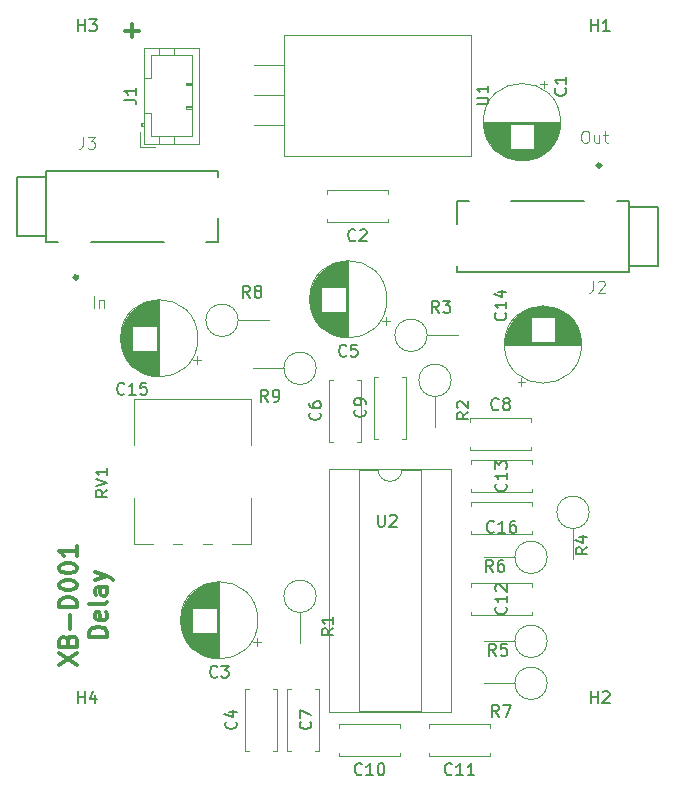
<source format=gbr>
G04 #@! TF.GenerationSoftware,KiCad,Pcbnew,(5.0.1)-rc2*
G04 #@! TF.CreationDate,2019-03-03T17:53:11-05:00*
G04 #@! TF.ProjectId,delay,64656C61792E6B696361645F70636200,rev?*
G04 #@! TF.SameCoordinates,Original*
G04 #@! TF.FileFunction,Legend,Top*
G04 #@! TF.FilePolarity,Positive*
%FSLAX46Y46*%
G04 Gerber Fmt 4.6, Leading zero omitted, Abs format (unit mm)*
G04 Created by KiCad (PCBNEW (5.0.1)-rc2) date 3/3/2019 5:53:11 PM*
%MOMM*%
%LPD*%
G01*
G04 APERTURE LIST*
%ADD10C,0.300000*%
%ADD11C,0.120000*%
%ADD12C,0.127000*%
%ADD13C,0.150000*%
%ADD14C,0.050000*%
G04 APERTURE END LIST*
D10*
X134048571Y-30841142D02*
X135191428Y-30841142D01*
X134620000Y-31412571D02*
X134620000Y-30269714D01*
X128459571Y-84573428D02*
X129959571Y-83573428D01*
X128459571Y-83573428D02*
X129959571Y-84573428D01*
X129173857Y-82502000D02*
X129245285Y-82287714D01*
X129316714Y-82216285D01*
X129459571Y-82144857D01*
X129673857Y-82144857D01*
X129816714Y-82216285D01*
X129888142Y-82287714D01*
X129959571Y-82430571D01*
X129959571Y-83002000D01*
X128459571Y-83002000D01*
X128459571Y-82502000D01*
X128531000Y-82359142D01*
X128602428Y-82287714D01*
X128745285Y-82216285D01*
X128888142Y-82216285D01*
X129031000Y-82287714D01*
X129102428Y-82359142D01*
X129173857Y-82502000D01*
X129173857Y-83002000D01*
X129388142Y-81502000D02*
X129388142Y-80359142D01*
X129959571Y-79644857D02*
X128459571Y-79644857D01*
X128459571Y-79287714D01*
X128531000Y-79073428D01*
X128673857Y-78930571D01*
X128816714Y-78859142D01*
X129102428Y-78787714D01*
X129316714Y-78787714D01*
X129602428Y-78859142D01*
X129745285Y-78930571D01*
X129888142Y-79073428D01*
X129959571Y-79287714D01*
X129959571Y-79644857D01*
X128459571Y-77859142D02*
X128459571Y-77716285D01*
X128531000Y-77573428D01*
X128602428Y-77502000D01*
X128745285Y-77430571D01*
X129031000Y-77359142D01*
X129388142Y-77359142D01*
X129673857Y-77430571D01*
X129816714Y-77502000D01*
X129888142Y-77573428D01*
X129959571Y-77716285D01*
X129959571Y-77859142D01*
X129888142Y-78002000D01*
X129816714Y-78073428D01*
X129673857Y-78144857D01*
X129388142Y-78216285D01*
X129031000Y-78216285D01*
X128745285Y-78144857D01*
X128602428Y-78073428D01*
X128531000Y-78002000D01*
X128459571Y-77859142D01*
X128459571Y-76430571D02*
X128459571Y-76287714D01*
X128531000Y-76144857D01*
X128602428Y-76073428D01*
X128745285Y-76002000D01*
X129031000Y-75930571D01*
X129388142Y-75930571D01*
X129673857Y-76002000D01*
X129816714Y-76073428D01*
X129888142Y-76144857D01*
X129959571Y-76287714D01*
X129959571Y-76430571D01*
X129888142Y-76573428D01*
X129816714Y-76644857D01*
X129673857Y-76716285D01*
X129388142Y-76787714D01*
X129031000Y-76787714D01*
X128745285Y-76716285D01*
X128602428Y-76644857D01*
X128531000Y-76573428D01*
X128459571Y-76430571D01*
X129959571Y-74502000D02*
X129959571Y-75359142D01*
X129959571Y-74930571D02*
X128459571Y-74930571D01*
X128673857Y-75073428D01*
X128816714Y-75216285D01*
X128888142Y-75359142D01*
X132509571Y-82180571D02*
X131009571Y-82180571D01*
X131009571Y-81823428D01*
X131081000Y-81609142D01*
X131223857Y-81466285D01*
X131366714Y-81394857D01*
X131652428Y-81323428D01*
X131866714Y-81323428D01*
X132152428Y-81394857D01*
X132295285Y-81466285D01*
X132438142Y-81609142D01*
X132509571Y-81823428D01*
X132509571Y-82180571D01*
X132438142Y-80109142D02*
X132509571Y-80252000D01*
X132509571Y-80537714D01*
X132438142Y-80680571D01*
X132295285Y-80752000D01*
X131723857Y-80752000D01*
X131581000Y-80680571D01*
X131509571Y-80537714D01*
X131509571Y-80252000D01*
X131581000Y-80109142D01*
X131723857Y-80037714D01*
X131866714Y-80037714D01*
X132009571Y-80752000D01*
X132509571Y-79180571D02*
X132438142Y-79323428D01*
X132295285Y-79394857D01*
X131009571Y-79394857D01*
X132509571Y-77966285D02*
X131723857Y-77966285D01*
X131581000Y-78037714D01*
X131509571Y-78180571D01*
X131509571Y-78466285D01*
X131581000Y-78609142D01*
X132438142Y-77966285D02*
X132509571Y-78109142D01*
X132509571Y-78466285D01*
X132438142Y-78609142D01*
X132295285Y-78680571D01*
X132152428Y-78680571D01*
X132009571Y-78609142D01*
X131938142Y-78466285D01*
X131938142Y-78109142D01*
X131866714Y-77966285D01*
X131509571Y-77394857D02*
X132509571Y-77037714D01*
X131509571Y-76680571D02*
X132509571Y-77037714D01*
X132866714Y-77180571D01*
X132938142Y-77252000D01*
X133009571Y-77394857D01*
D11*
G04 #@! TO.C,U1*
X147454000Y-31202000D02*
X147454000Y-41442000D01*
X163344000Y-31202000D02*
X163344000Y-41442000D01*
X163344000Y-31202000D02*
X147454000Y-31202000D01*
X163344000Y-41442000D02*
X147454000Y-41442000D01*
X147454000Y-33782000D02*
X144914000Y-33782000D01*
X147454000Y-36322000D02*
X144914000Y-36322000D01*
X147454000Y-38862000D02*
X144914000Y-38862000D01*
D12*
G04 #@! TO.C,J3*
X131120000Y-48720000D02*
X137370000Y-48720000D01*
X141870000Y-48720000D02*
X140870000Y-48720000D01*
X141870000Y-46720000D02*
X141870000Y-48720000D01*
X141870000Y-42720000D02*
X141870000Y-43220000D01*
X127370000Y-42720000D02*
X141870000Y-42720000D01*
X127370000Y-48220000D02*
X127370000Y-42720000D01*
X127370000Y-48720000D02*
X128370000Y-48720000D01*
X127370000Y-48220000D02*
X127370000Y-48720000D01*
X124870000Y-48220000D02*
X127370000Y-48220000D01*
X124870000Y-43220000D02*
X124870000Y-48220000D01*
X127370000Y-43220000D02*
X124870000Y-43220000D01*
D10*
X130020000Y-51720000D02*
G75*
G03X130020000Y-51720000I-150000J0D01*
G01*
G04 #@! TO.C,J2*
X174318000Y-42260000D02*
G75*
G03X174318000Y-42260000I-150000J0D01*
G01*
D12*
X176668000Y-50760000D02*
X179168000Y-50760000D01*
X179168000Y-50760000D02*
X179168000Y-45760000D01*
X179168000Y-45760000D02*
X176668000Y-45760000D01*
X176668000Y-45760000D02*
X176668000Y-45260000D01*
X176668000Y-45260000D02*
X175668000Y-45260000D01*
X176668000Y-45760000D02*
X176668000Y-51260000D01*
X176668000Y-51260000D02*
X162168000Y-51260000D01*
X162168000Y-51260000D02*
X162168000Y-50760000D01*
X162168000Y-47260000D02*
X162168000Y-45260000D01*
X162168000Y-45260000D02*
X163168000Y-45260000D01*
X172918000Y-45260000D02*
X166668000Y-45260000D01*
D11*
G04 #@! TO.C,C1*
X170910000Y-38588000D02*
G75*
G03X170910000Y-38588000I-3270000J0D01*
G01*
X170870000Y-38588000D02*
X164410000Y-38588000D01*
X170870000Y-38628000D02*
X164410000Y-38628000D01*
X170870000Y-38668000D02*
X164410000Y-38668000D01*
X170868000Y-38708000D02*
X164412000Y-38708000D01*
X170867000Y-38748000D02*
X164413000Y-38748000D01*
X170864000Y-38788000D02*
X164416000Y-38788000D01*
X170862000Y-38828000D02*
X168680000Y-38828000D01*
X166600000Y-38828000D02*
X164418000Y-38828000D01*
X170858000Y-38868000D02*
X168680000Y-38868000D01*
X166600000Y-38868000D02*
X164422000Y-38868000D01*
X170855000Y-38908000D02*
X168680000Y-38908000D01*
X166600000Y-38908000D02*
X164425000Y-38908000D01*
X170851000Y-38948000D02*
X168680000Y-38948000D01*
X166600000Y-38948000D02*
X164429000Y-38948000D01*
X170846000Y-38988000D02*
X168680000Y-38988000D01*
X166600000Y-38988000D02*
X164434000Y-38988000D01*
X170841000Y-39028000D02*
X168680000Y-39028000D01*
X166600000Y-39028000D02*
X164439000Y-39028000D01*
X170835000Y-39068000D02*
X168680000Y-39068000D01*
X166600000Y-39068000D02*
X164445000Y-39068000D01*
X170829000Y-39108000D02*
X168680000Y-39108000D01*
X166600000Y-39108000D02*
X164451000Y-39108000D01*
X170822000Y-39148000D02*
X168680000Y-39148000D01*
X166600000Y-39148000D02*
X164458000Y-39148000D01*
X170815000Y-39188000D02*
X168680000Y-39188000D01*
X166600000Y-39188000D02*
X164465000Y-39188000D01*
X170807000Y-39228000D02*
X168680000Y-39228000D01*
X166600000Y-39228000D02*
X164473000Y-39228000D01*
X170799000Y-39268000D02*
X168680000Y-39268000D01*
X166600000Y-39268000D02*
X164481000Y-39268000D01*
X170790000Y-39309000D02*
X168680000Y-39309000D01*
X166600000Y-39309000D02*
X164490000Y-39309000D01*
X170781000Y-39349000D02*
X168680000Y-39349000D01*
X166600000Y-39349000D02*
X164499000Y-39349000D01*
X170771000Y-39389000D02*
X168680000Y-39389000D01*
X166600000Y-39389000D02*
X164509000Y-39389000D01*
X170761000Y-39429000D02*
X168680000Y-39429000D01*
X166600000Y-39429000D02*
X164519000Y-39429000D01*
X170750000Y-39469000D02*
X168680000Y-39469000D01*
X166600000Y-39469000D02*
X164530000Y-39469000D01*
X170738000Y-39509000D02*
X168680000Y-39509000D01*
X166600000Y-39509000D02*
X164542000Y-39509000D01*
X170726000Y-39549000D02*
X168680000Y-39549000D01*
X166600000Y-39549000D02*
X164554000Y-39549000D01*
X170714000Y-39589000D02*
X168680000Y-39589000D01*
X166600000Y-39589000D02*
X164566000Y-39589000D01*
X170701000Y-39629000D02*
X168680000Y-39629000D01*
X166600000Y-39629000D02*
X164579000Y-39629000D01*
X170687000Y-39669000D02*
X168680000Y-39669000D01*
X166600000Y-39669000D02*
X164593000Y-39669000D01*
X170673000Y-39709000D02*
X168680000Y-39709000D01*
X166600000Y-39709000D02*
X164607000Y-39709000D01*
X170658000Y-39749000D02*
X168680000Y-39749000D01*
X166600000Y-39749000D02*
X164622000Y-39749000D01*
X170642000Y-39789000D02*
X168680000Y-39789000D01*
X166600000Y-39789000D02*
X164638000Y-39789000D01*
X170626000Y-39829000D02*
X168680000Y-39829000D01*
X166600000Y-39829000D02*
X164654000Y-39829000D01*
X170610000Y-39869000D02*
X168680000Y-39869000D01*
X166600000Y-39869000D02*
X164670000Y-39869000D01*
X170592000Y-39909000D02*
X168680000Y-39909000D01*
X166600000Y-39909000D02*
X164688000Y-39909000D01*
X170574000Y-39949000D02*
X168680000Y-39949000D01*
X166600000Y-39949000D02*
X164706000Y-39949000D01*
X170556000Y-39989000D02*
X168680000Y-39989000D01*
X166600000Y-39989000D02*
X164724000Y-39989000D01*
X170536000Y-40029000D02*
X168680000Y-40029000D01*
X166600000Y-40029000D02*
X164744000Y-40029000D01*
X170516000Y-40069000D02*
X168680000Y-40069000D01*
X166600000Y-40069000D02*
X164764000Y-40069000D01*
X170496000Y-40109000D02*
X168680000Y-40109000D01*
X166600000Y-40109000D02*
X164784000Y-40109000D01*
X170474000Y-40149000D02*
X168680000Y-40149000D01*
X166600000Y-40149000D02*
X164806000Y-40149000D01*
X170452000Y-40189000D02*
X168680000Y-40189000D01*
X166600000Y-40189000D02*
X164828000Y-40189000D01*
X170430000Y-40229000D02*
X168680000Y-40229000D01*
X166600000Y-40229000D02*
X164850000Y-40229000D01*
X170406000Y-40269000D02*
X168680000Y-40269000D01*
X166600000Y-40269000D02*
X164874000Y-40269000D01*
X170382000Y-40309000D02*
X168680000Y-40309000D01*
X166600000Y-40309000D02*
X164898000Y-40309000D01*
X170356000Y-40349000D02*
X168680000Y-40349000D01*
X166600000Y-40349000D02*
X164924000Y-40349000D01*
X170330000Y-40389000D02*
X168680000Y-40389000D01*
X166600000Y-40389000D02*
X164950000Y-40389000D01*
X170304000Y-40429000D02*
X168680000Y-40429000D01*
X166600000Y-40429000D02*
X164976000Y-40429000D01*
X170276000Y-40469000D02*
X168680000Y-40469000D01*
X166600000Y-40469000D02*
X165004000Y-40469000D01*
X170247000Y-40509000D02*
X168680000Y-40509000D01*
X166600000Y-40509000D02*
X165033000Y-40509000D01*
X170218000Y-40549000D02*
X168680000Y-40549000D01*
X166600000Y-40549000D02*
X165062000Y-40549000D01*
X170188000Y-40589000D02*
X168680000Y-40589000D01*
X166600000Y-40589000D02*
X165092000Y-40589000D01*
X170156000Y-40629000D02*
X168680000Y-40629000D01*
X166600000Y-40629000D02*
X165124000Y-40629000D01*
X170124000Y-40669000D02*
X168680000Y-40669000D01*
X166600000Y-40669000D02*
X165156000Y-40669000D01*
X170090000Y-40709000D02*
X168680000Y-40709000D01*
X166600000Y-40709000D02*
X165190000Y-40709000D01*
X170056000Y-40749000D02*
X168680000Y-40749000D01*
X166600000Y-40749000D02*
X165224000Y-40749000D01*
X170020000Y-40789000D02*
X168680000Y-40789000D01*
X166600000Y-40789000D02*
X165260000Y-40789000D01*
X169983000Y-40829000D02*
X168680000Y-40829000D01*
X166600000Y-40829000D02*
X165297000Y-40829000D01*
X169945000Y-40869000D02*
X168680000Y-40869000D01*
X166600000Y-40869000D02*
X165335000Y-40869000D01*
X169905000Y-40909000D02*
X165375000Y-40909000D01*
X169864000Y-40949000D02*
X165416000Y-40949000D01*
X169822000Y-40989000D02*
X165458000Y-40989000D01*
X169777000Y-41029000D02*
X165503000Y-41029000D01*
X169732000Y-41069000D02*
X165548000Y-41069000D01*
X169684000Y-41109000D02*
X165596000Y-41109000D01*
X169635000Y-41149000D02*
X165645000Y-41149000D01*
X169584000Y-41189000D02*
X165696000Y-41189000D01*
X169530000Y-41229000D02*
X165750000Y-41229000D01*
X169474000Y-41269000D02*
X165806000Y-41269000D01*
X169416000Y-41309000D02*
X165864000Y-41309000D01*
X169354000Y-41349000D02*
X165926000Y-41349000D01*
X169290000Y-41389000D02*
X165990000Y-41389000D01*
X169221000Y-41429000D02*
X166059000Y-41429000D01*
X169149000Y-41469000D02*
X166131000Y-41469000D01*
X169072000Y-41509000D02*
X166208000Y-41509000D01*
X168990000Y-41549000D02*
X166290000Y-41549000D01*
X168902000Y-41589000D02*
X166378000Y-41589000D01*
X168805000Y-41629000D02*
X166475000Y-41629000D01*
X168699000Y-41669000D02*
X166581000Y-41669000D01*
X168580000Y-41709000D02*
X166700000Y-41709000D01*
X168442000Y-41749000D02*
X166838000Y-41749000D01*
X168273000Y-41789000D02*
X167007000Y-41789000D01*
X168042000Y-41829000D02*
X167238000Y-41829000D01*
X169479000Y-35087759D02*
X169479000Y-35717759D01*
X169794000Y-35402759D02*
X169164000Y-35402759D01*
G04 #@! TO.C,C2*
X151090000Y-44665000D02*
X151090000Y-44350000D01*
X151090000Y-47090000D02*
X151090000Y-46775000D01*
X156330000Y-44665000D02*
X156330000Y-44350000D01*
X156330000Y-47090000D02*
X156330000Y-46775000D01*
X156330000Y-44350000D02*
X151090000Y-44350000D01*
X156330000Y-47090000D02*
X151090000Y-47090000D01*
G04 #@! TO.C,C3*
X145276000Y-80772000D02*
G75*
G03X145276000Y-80772000I-3270000J0D01*
G01*
X142006000Y-84002000D02*
X142006000Y-77542000D01*
X141966000Y-84002000D02*
X141966000Y-77542000D01*
X141926000Y-84002000D02*
X141926000Y-77542000D01*
X141886000Y-84000000D02*
X141886000Y-77544000D01*
X141846000Y-83999000D02*
X141846000Y-77545000D01*
X141806000Y-83996000D02*
X141806000Y-77548000D01*
X141766000Y-83994000D02*
X141766000Y-81812000D01*
X141766000Y-79732000D02*
X141766000Y-77550000D01*
X141726000Y-83990000D02*
X141726000Y-81812000D01*
X141726000Y-79732000D02*
X141726000Y-77554000D01*
X141686000Y-83987000D02*
X141686000Y-81812000D01*
X141686000Y-79732000D02*
X141686000Y-77557000D01*
X141646000Y-83983000D02*
X141646000Y-81812000D01*
X141646000Y-79732000D02*
X141646000Y-77561000D01*
X141606000Y-83978000D02*
X141606000Y-81812000D01*
X141606000Y-79732000D02*
X141606000Y-77566000D01*
X141566000Y-83973000D02*
X141566000Y-81812000D01*
X141566000Y-79732000D02*
X141566000Y-77571000D01*
X141526000Y-83967000D02*
X141526000Y-81812000D01*
X141526000Y-79732000D02*
X141526000Y-77577000D01*
X141486000Y-83961000D02*
X141486000Y-81812000D01*
X141486000Y-79732000D02*
X141486000Y-77583000D01*
X141446000Y-83954000D02*
X141446000Y-81812000D01*
X141446000Y-79732000D02*
X141446000Y-77590000D01*
X141406000Y-83947000D02*
X141406000Y-81812000D01*
X141406000Y-79732000D02*
X141406000Y-77597000D01*
X141366000Y-83939000D02*
X141366000Y-81812000D01*
X141366000Y-79732000D02*
X141366000Y-77605000D01*
X141326000Y-83931000D02*
X141326000Y-81812000D01*
X141326000Y-79732000D02*
X141326000Y-77613000D01*
X141285000Y-83922000D02*
X141285000Y-81812000D01*
X141285000Y-79732000D02*
X141285000Y-77622000D01*
X141245000Y-83913000D02*
X141245000Y-81812000D01*
X141245000Y-79732000D02*
X141245000Y-77631000D01*
X141205000Y-83903000D02*
X141205000Y-81812000D01*
X141205000Y-79732000D02*
X141205000Y-77641000D01*
X141165000Y-83893000D02*
X141165000Y-81812000D01*
X141165000Y-79732000D02*
X141165000Y-77651000D01*
X141125000Y-83882000D02*
X141125000Y-81812000D01*
X141125000Y-79732000D02*
X141125000Y-77662000D01*
X141085000Y-83870000D02*
X141085000Y-81812000D01*
X141085000Y-79732000D02*
X141085000Y-77674000D01*
X141045000Y-83858000D02*
X141045000Y-81812000D01*
X141045000Y-79732000D02*
X141045000Y-77686000D01*
X141005000Y-83846000D02*
X141005000Y-81812000D01*
X141005000Y-79732000D02*
X141005000Y-77698000D01*
X140965000Y-83833000D02*
X140965000Y-81812000D01*
X140965000Y-79732000D02*
X140965000Y-77711000D01*
X140925000Y-83819000D02*
X140925000Y-81812000D01*
X140925000Y-79732000D02*
X140925000Y-77725000D01*
X140885000Y-83805000D02*
X140885000Y-81812000D01*
X140885000Y-79732000D02*
X140885000Y-77739000D01*
X140845000Y-83790000D02*
X140845000Y-81812000D01*
X140845000Y-79732000D02*
X140845000Y-77754000D01*
X140805000Y-83774000D02*
X140805000Y-81812000D01*
X140805000Y-79732000D02*
X140805000Y-77770000D01*
X140765000Y-83758000D02*
X140765000Y-81812000D01*
X140765000Y-79732000D02*
X140765000Y-77786000D01*
X140725000Y-83742000D02*
X140725000Y-81812000D01*
X140725000Y-79732000D02*
X140725000Y-77802000D01*
X140685000Y-83724000D02*
X140685000Y-81812000D01*
X140685000Y-79732000D02*
X140685000Y-77820000D01*
X140645000Y-83706000D02*
X140645000Y-81812000D01*
X140645000Y-79732000D02*
X140645000Y-77838000D01*
X140605000Y-83688000D02*
X140605000Y-81812000D01*
X140605000Y-79732000D02*
X140605000Y-77856000D01*
X140565000Y-83668000D02*
X140565000Y-81812000D01*
X140565000Y-79732000D02*
X140565000Y-77876000D01*
X140525000Y-83648000D02*
X140525000Y-81812000D01*
X140525000Y-79732000D02*
X140525000Y-77896000D01*
X140485000Y-83628000D02*
X140485000Y-81812000D01*
X140485000Y-79732000D02*
X140485000Y-77916000D01*
X140445000Y-83606000D02*
X140445000Y-81812000D01*
X140445000Y-79732000D02*
X140445000Y-77938000D01*
X140405000Y-83584000D02*
X140405000Y-81812000D01*
X140405000Y-79732000D02*
X140405000Y-77960000D01*
X140365000Y-83562000D02*
X140365000Y-81812000D01*
X140365000Y-79732000D02*
X140365000Y-77982000D01*
X140325000Y-83538000D02*
X140325000Y-81812000D01*
X140325000Y-79732000D02*
X140325000Y-78006000D01*
X140285000Y-83514000D02*
X140285000Y-81812000D01*
X140285000Y-79732000D02*
X140285000Y-78030000D01*
X140245000Y-83488000D02*
X140245000Y-81812000D01*
X140245000Y-79732000D02*
X140245000Y-78056000D01*
X140205000Y-83462000D02*
X140205000Y-81812000D01*
X140205000Y-79732000D02*
X140205000Y-78082000D01*
X140165000Y-83436000D02*
X140165000Y-81812000D01*
X140165000Y-79732000D02*
X140165000Y-78108000D01*
X140125000Y-83408000D02*
X140125000Y-81812000D01*
X140125000Y-79732000D02*
X140125000Y-78136000D01*
X140085000Y-83379000D02*
X140085000Y-81812000D01*
X140085000Y-79732000D02*
X140085000Y-78165000D01*
X140045000Y-83350000D02*
X140045000Y-81812000D01*
X140045000Y-79732000D02*
X140045000Y-78194000D01*
X140005000Y-83320000D02*
X140005000Y-81812000D01*
X140005000Y-79732000D02*
X140005000Y-78224000D01*
X139965000Y-83288000D02*
X139965000Y-81812000D01*
X139965000Y-79732000D02*
X139965000Y-78256000D01*
X139925000Y-83256000D02*
X139925000Y-81812000D01*
X139925000Y-79732000D02*
X139925000Y-78288000D01*
X139885000Y-83222000D02*
X139885000Y-81812000D01*
X139885000Y-79732000D02*
X139885000Y-78322000D01*
X139845000Y-83188000D02*
X139845000Y-81812000D01*
X139845000Y-79732000D02*
X139845000Y-78356000D01*
X139805000Y-83152000D02*
X139805000Y-81812000D01*
X139805000Y-79732000D02*
X139805000Y-78392000D01*
X139765000Y-83115000D02*
X139765000Y-81812000D01*
X139765000Y-79732000D02*
X139765000Y-78429000D01*
X139725000Y-83077000D02*
X139725000Y-81812000D01*
X139725000Y-79732000D02*
X139725000Y-78467000D01*
X139685000Y-83037000D02*
X139685000Y-78507000D01*
X139645000Y-82996000D02*
X139645000Y-78548000D01*
X139605000Y-82954000D02*
X139605000Y-78590000D01*
X139565000Y-82909000D02*
X139565000Y-78635000D01*
X139525000Y-82864000D02*
X139525000Y-78680000D01*
X139485000Y-82816000D02*
X139485000Y-78728000D01*
X139445000Y-82767000D02*
X139445000Y-78777000D01*
X139405000Y-82716000D02*
X139405000Y-78828000D01*
X139365000Y-82662000D02*
X139365000Y-78882000D01*
X139325000Y-82606000D02*
X139325000Y-78938000D01*
X139285000Y-82548000D02*
X139285000Y-78996000D01*
X139245000Y-82486000D02*
X139245000Y-79058000D01*
X139205000Y-82422000D02*
X139205000Y-79122000D01*
X139165000Y-82353000D02*
X139165000Y-79191000D01*
X139125000Y-82281000D02*
X139125000Y-79263000D01*
X139085000Y-82204000D02*
X139085000Y-79340000D01*
X139045000Y-82122000D02*
X139045000Y-79422000D01*
X139005000Y-82034000D02*
X139005000Y-79510000D01*
X138965000Y-81937000D02*
X138965000Y-79607000D01*
X138925000Y-81831000D02*
X138925000Y-79713000D01*
X138885000Y-81712000D02*
X138885000Y-79832000D01*
X138845000Y-81574000D02*
X138845000Y-79970000D01*
X138805000Y-81405000D02*
X138805000Y-80139000D01*
X138765000Y-81174000D02*
X138765000Y-80370000D01*
X145506241Y-82611000D02*
X144876241Y-82611000D01*
X145191241Y-82926000D02*
X145191241Y-82296000D01*
G04 #@! TO.C,C4*
X146597000Y-86574000D02*
X146912000Y-86574000D01*
X144172000Y-86574000D02*
X144487000Y-86574000D01*
X146597000Y-91814000D02*
X146912000Y-91814000D01*
X144172000Y-91814000D02*
X144487000Y-91814000D01*
X146912000Y-91814000D02*
X146912000Y-86574000D01*
X144172000Y-91814000D02*
X144172000Y-86574000D01*
G04 #@! TO.C,C5*
X156113241Y-55748000D02*
X156113241Y-55118000D01*
X156428241Y-55433000D02*
X155798241Y-55433000D01*
X149687000Y-53996000D02*
X149687000Y-53192000D01*
X149727000Y-54227000D02*
X149727000Y-52961000D01*
X149767000Y-54396000D02*
X149767000Y-52792000D01*
X149807000Y-54534000D02*
X149807000Y-52654000D01*
X149847000Y-54653000D02*
X149847000Y-52535000D01*
X149887000Y-54759000D02*
X149887000Y-52429000D01*
X149927000Y-54856000D02*
X149927000Y-52332000D01*
X149967000Y-54944000D02*
X149967000Y-52244000D01*
X150007000Y-55026000D02*
X150007000Y-52162000D01*
X150047000Y-55103000D02*
X150047000Y-52085000D01*
X150087000Y-55175000D02*
X150087000Y-52013000D01*
X150127000Y-55244000D02*
X150127000Y-51944000D01*
X150167000Y-55308000D02*
X150167000Y-51880000D01*
X150207000Y-55370000D02*
X150207000Y-51818000D01*
X150247000Y-55428000D02*
X150247000Y-51760000D01*
X150287000Y-55484000D02*
X150287000Y-51704000D01*
X150327000Y-55538000D02*
X150327000Y-51650000D01*
X150367000Y-55589000D02*
X150367000Y-51599000D01*
X150407000Y-55638000D02*
X150407000Y-51550000D01*
X150447000Y-55686000D02*
X150447000Y-51502000D01*
X150487000Y-55731000D02*
X150487000Y-51457000D01*
X150527000Y-55776000D02*
X150527000Y-51412000D01*
X150567000Y-55818000D02*
X150567000Y-51370000D01*
X150607000Y-55859000D02*
X150607000Y-51329000D01*
X150647000Y-52554000D02*
X150647000Y-51289000D01*
X150647000Y-55899000D02*
X150647000Y-54634000D01*
X150687000Y-52554000D02*
X150687000Y-51251000D01*
X150687000Y-55937000D02*
X150687000Y-54634000D01*
X150727000Y-52554000D02*
X150727000Y-51214000D01*
X150727000Y-55974000D02*
X150727000Y-54634000D01*
X150767000Y-52554000D02*
X150767000Y-51178000D01*
X150767000Y-56010000D02*
X150767000Y-54634000D01*
X150807000Y-52554000D02*
X150807000Y-51144000D01*
X150807000Y-56044000D02*
X150807000Y-54634000D01*
X150847000Y-52554000D02*
X150847000Y-51110000D01*
X150847000Y-56078000D02*
X150847000Y-54634000D01*
X150887000Y-52554000D02*
X150887000Y-51078000D01*
X150887000Y-56110000D02*
X150887000Y-54634000D01*
X150927000Y-52554000D02*
X150927000Y-51046000D01*
X150927000Y-56142000D02*
X150927000Y-54634000D01*
X150967000Y-52554000D02*
X150967000Y-51016000D01*
X150967000Y-56172000D02*
X150967000Y-54634000D01*
X151007000Y-52554000D02*
X151007000Y-50987000D01*
X151007000Y-56201000D02*
X151007000Y-54634000D01*
X151047000Y-52554000D02*
X151047000Y-50958000D01*
X151047000Y-56230000D02*
X151047000Y-54634000D01*
X151087000Y-52554000D02*
X151087000Y-50930000D01*
X151087000Y-56258000D02*
X151087000Y-54634000D01*
X151127000Y-52554000D02*
X151127000Y-50904000D01*
X151127000Y-56284000D02*
X151127000Y-54634000D01*
X151167000Y-52554000D02*
X151167000Y-50878000D01*
X151167000Y-56310000D02*
X151167000Y-54634000D01*
X151207000Y-52554000D02*
X151207000Y-50852000D01*
X151207000Y-56336000D02*
X151207000Y-54634000D01*
X151247000Y-52554000D02*
X151247000Y-50828000D01*
X151247000Y-56360000D02*
X151247000Y-54634000D01*
X151287000Y-52554000D02*
X151287000Y-50804000D01*
X151287000Y-56384000D02*
X151287000Y-54634000D01*
X151327000Y-52554000D02*
X151327000Y-50782000D01*
X151327000Y-56406000D02*
X151327000Y-54634000D01*
X151367000Y-52554000D02*
X151367000Y-50760000D01*
X151367000Y-56428000D02*
X151367000Y-54634000D01*
X151407000Y-52554000D02*
X151407000Y-50738000D01*
X151407000Y-56450000D02*
X151407000Y-54634000D01*
X151447000Y-52554000D02*
X151447000Y-50718000D01*
X151447000Y-56470000D02*
X151447000Y-54634000D01*
X151487000Y-52554000D02*
X151487000Y-50698000D01*
X151487000Y-56490000D02*
X151487000Y-54634000D01*
X151527000Y-52554000D02*
X151527000Y-50678000D01*
X151527000Y-56510000D02*
X151527000Y-54634000D01*
X151567000Y-52554000D02*
X151567000Y-50660000D01*
X151567000Y-56528000D02*
X151567000Y-54634000D01*
X151607000Y-52554000D02*
X151607000Y-50642000D01*
X151607000Y-56546000D02*
X151607000Y-54634000D01*
X151647000Y-52554000D02*
X151647000Y-50624000D01*
X151647000Y-56564000D02*
X151647000Y-54634000D01*
X151687000Y-52554000D02*
X151687000Y-50608000D01*
X151687000Y-56580000D02*
X151687000Y-54634000D01*
X151727000Y-52554000D02*
X151727000Y-50592000D01*
X151727000Y-56596000D02*
X151727000Y-54634000D01*
X151767000Y-52554000D02*
X151767000Y-50576000D01*
X151767000Y-56612000D02*
X151767000Y-54634000D01*
X151807000Y-52554000D02*
X151807000Y-50561000D01*
X151807000Y-56627000D02*
X151807000Y-54634000D01*
X151847000Y-52554000D02*
X151847000Y-50547000D01*
X151847000Y-56641000D02*
X151847000Y-54634000D01*
X151887000Y-52554000D02*
X151887000Y-50533000D01*
X151887000Y-56655000D02*
X151887000Y-54634000D01*
X151927000Y-52554000D02*
X151927000Y-50520000D01*
X151927000Y-56668000D02*
X151927000Y-54634000D01*
X151967000Y-52554000D02*
X151967000Y-50508000D01*
X151967000Y-56680000D02*
X151967000Y-54634000D01*
X152007000Y-52554000D02*
X152007000Y-50496000D01*
X152007000Y-56692000D02*
X152007000Y-54634000D01*
X152047000Y-52554000D02*
X152047000Y-50484000D01*
X152047000Y-56704000D02*
X152047000Y-54634000D01*
X152087000Y-52554000D02*
X152087000Y-50473000D01*
X152087000Y-56715000D02*
X152087000Y-54634000D01*
X152127000Y-52554000D02*
X152127000Y-50463000D01*
X152127000Y-56725000D02*
X152127000Y-54634000D01*
X152167000Y-52554000D02*
X152167000Y-50453000D01*
X152167000Y-56735000D02*
X152167000Y-54634000D01*
X152207000Y-52554000D02*
X152207000Y-50444000D01*
X152207000Y-56744000D02*
X152207000Y-54634000D01*
X152248000Y-52554000D02*
X152248000Y-50435000D01*
X152248000Y-56753000D02*
X152248000Y-54634000D01*
X152288000Y-52554000D02*
X152288000Y-50427000D01*
X152288000Y-56761000D02*
X152288000Y-54634000D01*
X152328000Y-52554000D02*
X152328000Y-50419000D01*
X152328000Y-56769000D02*
X152328000Y-54634000D01*
X152368000Y-52554000D02*
X152368000Y-50412000D01*
X152368000Y-56776000D02*
X152368000Y-54634000D01*
X152408000Y-52554000D02*
X152408000Y-50405000D01*
X152408000Y-56783000D02*
X152408000Y-54634000D01*
X152448000Y-52554000D02*
X152448000Y-50399000D01*
X152448000Y-56789000D02*
X152448000Y-54634000D01*
X152488000Y-52554000D02*
X152488000Y-50393000D01*
X152488000Y-56795000D02*
X152488000Y-54634000D01*
X152528000Y-52554000D02*
X152528000Y-50388000D01*
X152528000Y-56800000D02*
X152528000Y-54634000D01*
X152568000Y-52554000D02*
X152568000Y-50383000D01*
X152568000Y-56805000D02*
X152568000Y-54634000D01*
X152608000Y-52554000D02*
X152608000Y-50379000D01*
X152608000Y-56809000D02*
X152608000Y-54634000D01*
X152648000Y-52554000D02*
X152648000Y-50376000D01*
X152648000Y-56812000D02*
X152648000Y-54634000D01*
X152688000Y-52554000D02*
X152688000Y-50372000D01*
X152688000Y-56816000D02*
X152688000Y-54634000D01*
X152728000Y-56818000D02*
X152728000Y-50370000D01*
X152768000Y-56821000D02*
X152768000Y-50367000D01*
X152808000Y-56822000D02*
X152808000Y-50366000D01*
X152848000Y-56824000D02*
X152848000Y-50364000D01*
X152888000Y-56824000D02*
X152888000Y-50364000D01*
X152928000Y-56824000D02*
X152928000Y-50364000D01*
X156198000Y-53594000D02*
G75*
G03X156198000Y-53594000I-3270000J0D01*
G01*
G04 #@! TO.C,C6*
X153709000Y-60412000D02*
X154024000Y-60412000D01*
X151284000Y-60412000D02*
X151599000Y-60412000D01*
X153709000Y-65652000D02*
X154024000Y-65652000D01*
X151284000Y-65652000D02*
X151599000Y-65652000D01*
X154024000Y-65652000D02*
X154024000Y-60412000D01*
X151284000Y-65652000D02*
X151284000Y-60412000D01*
G04 #@! TO.C,C7*
X147728000Y-91814000D02*
X147728000Y-86574000D01*
X150468000Y-91814000D02*
X150468000Y-86574000D01*
X147728000Y-91814000D02*
X148043000Y-91814000D01*
X150153000Y-91814000D02*
X150468000Y-91814000D01*
X147728000Y-86574000D02*
X148043000Y-86574000D01*
X150153000Y-86574000D02*
X150468000Y-86574000D01*
G04 #@! TO.C,C8*
X168442000Y-66079000D02*
X168442000Y-66394000D01*
X168442000Y-63654000D02*
X168442000Y-63969000D01*
X163202000Y-66079000D02*
X163202000Y-66394000D01*
X163202000Y-63654000D02*
X163202000Y-63969000D01*
X163202000Y-66394000D02*
X168442000Y-66394000D01*
X163202000Y-63654000D02*
X168442000Y-63654000D01*
G04 #@! TO.C,C9*
X155094000Y-65398000D02*
X155094000Y-60158000D01*
X157834000Y-65398000D02*
X157834000Y-60158000D01*
X155094000Y-65398000D02*
X155409000Y-65398000D01*
X157519000Y-65398000D02*
X157834000Y-65398000D01*
X155094000Y-60158000D02*
X155409000Y-60158000D01*
X157519000Y-60158000D02*
X157834000Y-60158000D01*
G04 #@! TO.C,C10*
X157346000Y-92302000D02*
X152106000Y-92302000D01*
X157346000Y-89562000D02*
X152106000Y-89562000D01*
X157346000Y-92302000D02*
X157346000Y-91987000D01*
X157346000Y-89877000D02*
X157346000Y-89562000D01*
X152106000Y-92302000D02*
X152106000Y-91987000D01*
X152106000Y-89877000D02*
X152106000Y-89562000D01*
G04 #@! TO.C,C11*
X164966000Y-92302000D02*
X159726000Y-92302000D01*
X164966000Y-89562000D02*
X159726000Y-89562000D01*
X164966000Y-92302000D02*
X164966000Y-91987000D01*
X164966000Y-89877000D02*
X164966000Y-89562000D01*
X159726000Y-92302000D02*
X159726000Y-91987000D01*
X159726000Y-89877000D02*
X159726000Y-89562000D01*
G04 #@! TO.C,C12*
X168522000Y-80364000D02*
X163282000Y-80364000D01*
X168522000Y-77624000D02*
X163282000Y-77624000D01*
X168522000Y-80364000D02*
X168522000Y-80049000D01*
X168522000Y-77939000D02*
X168522000Y-77624000D01*
X163282000Y-80364000D02*
X163282000Y-80049000D01*
X163282000Y-77939000D02*
X163282000Y-77624000D01*
G04 #@! TO.C,C13*
X168522000Y-69950000D02*
X163282000Y-69950000D01*
X168522000Y-67210000D02*
X163282000Y-67210000D01*
X168522000Y-69950000D02*
X168522000Y-69635000D01*
X168522000Y-67525000D02*
X168522000Y-67210000D01*
X163282000Y-69950000D02*
X163282000Y-69635000D01*
X163282000Y-67525000D02*
X163282000Y-67210000D01*
G04 #@! TO.C,C14*
X172688000Y-57424000D02*
G75*
G03X172688000Y-57424000I-3270000J0D01*
G01*
X166188000Y-57424000D02*
X172648000Y-57424000D01*
X166188000Y-57384000D02*
X172648000Y-57384000D01*
X166188000Y-57344000D02*
X172648000Y-57344000D01*
X166190000Y-57304000D02*
X172646000Y-57304000D01*
X166191000Y-57264000D02*
X172645000Y-57264000D01*
X166194000Y-57224000D02*
X172642000Y-57224000D01*
X166196000Y-57184000D02*
X168378000Y-57184000D01*
X170458000Y-57184000D02*
X172640000Y-57184000D01*
X166200000Y-57144000D02*
X168378000Y-57144000D01*
X170458000Y-57144000D02*
X172636000Y-57144000D01*
X166203000Y-57104000D02*
X168378000Y-57104000D01*
X170458000Y-57104000D02*
X172633000Y-57104000D01*
X166207000Y-57064000D02*
X168378000Y-57064000D01*
X170458000Y-57064000D02*
X172629000Y-57064000D01*
X166212000Y-57024000D02*
X168378000Y-57024000D01*
X170458000Y-57024000D02*
X172624000Y-57024000D01*
X166217000Y-56984000D02*
X168378000Y-56984000D01*
X170458000Y-56984000D02*
X172619000Y-56984000D01*
X166223000Y-56944000D02*
X168378000Y-56944000D01*
X170458000Y-56944000D02*
X172613000Y-56944000D01*
X166229000Y-56904000D02*
X168378000Y-56904000D01*
X170458000Y-56904000D02*
X172607000Y-56904000D01*
X166236000Y-56864000D02*
X168378000Y-56864000D01*
X170458000Y-56864000D02*
X172600000Y-56864000D01*
X166243000Y-56824000D02*
X168378000Y-56824000D01*
X170458000Y-56824000D02*
X172593000Y-56824000D01*
X166251000Y-56784000D02*
X168378000Y-56784000D01*
X170458000Y-56784000D02*
X172585000Y-56784000D01*
X166259000Y-56744000D02*
X168378000Y-56744000D01*
X170458000Y-56744000D02*
X172577000Y-56744000D01*
X166268000Y-56703000D02*
X168378000Y-56703000D01*
X170458000Y-56703000D02*
X172568000Y-56703000D01*
X166277000Y-56663000D02*
X168378000Y-56663000D01*
X170458000Y-56663000D02*
X172559000Y-56663000D01*
X166287000Y-56623000D02*
X168378000Y-56623000D01*
X170458000Y-56623000D02*
X172549000Y-56623000D01*
X166297000Y-56583000D02*
X168378000Y-56583000D01*
X170458000Y-56583000D02*
X172539000Y-56583000D01*
X166308000Y-56543000D02*
X168378000Y-56543000D01*
X170458000Y-56543000D02*
X172528000Y-56543000D01*
X166320000Y-56503000D02*
X168378000Y-56503000D01*
X170458000Y-56503000D02*
X172516000Y-56503000D01*
X166332000Y-56463000D02*
X168378000Y-56463000D01*
X170458000Y-56463000D02*
X172504000Y-56463000D01*
X166344000Y-56423000D02*
X168378000Y-56423000D01*
X170458000Y-56423000D02*
X172492000Y-56423000D01*
X166357000Y-56383000D02*
X168378000Y-56383000D01*
X170458000Y-56383000D02*
X172479000Y-56383000D01*
X166371000Y-56343000D02*
X168378000Y-56343000D01*
X170458000Y-56343000D02*
X172465000Y-56343000D01*
X166385000Y-56303000D02*
X168378000Y-56303000D01*
X170458000Y-56303000D02*
X172451000Y-56303000D01*
X166400000Y-56263000D02*
X168378000Y-56263000D01*
X170458000Y-56263000D02*
X172436000Y-56263000D01*
X166416000Y-56223000D02*
X168378000Y-56223000D01*
X170458000Y-56223000D02*
X172420000Y-56223000D01*
X166432000Y-56183000D02*
X168378000Y-56183000D01*
X170458000Y-56183000D02*
X172404000Y-56183000D01*
X166448000Y-56143000D02*
X168378000Y-56143000D01*
X170458000Y-56143000D02*
X172388000Y-56143000D01*
X166466000Y-56103000D02*
X168378000Y-56103000D01*
X170458000Y-56103000D02*
X172370000Y-56103000D01*
X166484000Y-56063000D02*
X168378000Y-56063000D01*
X170458000Y-56063000D02*
X172352000Y-56063000D01*
X166502000Y-56023000D02*
X168378000Y-56023000D01*
X170458000Y-56023000D02*
X172334000Y-56023000D01*
X166522000Y-55983000D02*
X168378000Y-55983000D01*
X170458000Y-55983000D02*
X172314000Y-55983000D01*
X166542000Y-55943000D02*
X168378000Y-55943000D01*
X170458000Y-55943000D02*
X172294000Y-55943000D01*
X166562000Y-55903000D02*
X168378000Y-55903000D01*
X170458000Y-55903000D02*
X172274000Y-55903000D01*
X166584000Y-55863000D02*
X168378000Y-55863000D01*
X170458000Y-55863000D02*
X172252000Y-55863000D01*
X166606000Y-55823000D02*
X168378000Y-55823000D01*
X170458000Y-55823000D02*
X172230000Y-55823000D01*
X166628000Y-55783000D02*
X168378000Y-55783000D01*
X170458000Y-55783000D02*
X172208000Y-55783000D01*
X166652000Y-55743000D02*
X168378000Y-55743000D01*
X170458000Y-55743000D02*
X172184000Y-55743000D01*
X166676000Y-55703000D02*
X168378000Y-55703000D01*
X170458000Y-55703000D02*
X172160000Y-55703000D01*
X166702000Y-55663000D02*
X168378000Y-55663000D01*
X170458000Y-55663000D02*
X172134000Y-55663000D01*
X166728000Y-55623000D02*
X168378000Y-55623000D01*
X170458000Y-55623000D02*
X172108000Y-55623000D01*
X166754000Y-55583000D02*
X168378000Y-55583000D01*
X170458000Y-55583000D02*
X172082000Y-55583000D01*
X166782000Y-55543000D02*
X168378000Y-55543000D01*
X170458000Y-55543000D02*
X172054000Y-55543000D01*
X166811000Y-55503000D02*
X168378000Y-55503000D01*
X170458000Y-55503000D02*
X172025000Y-55503000D01*
X166840000Y-55463000D02*
X168378000Y-55463000D01*
X170458000Y-55463000D02*
X171996000Y-55463000D01*
X166870000Y-55423000D02*
X168378000Y-55423000D01*
X170458000Y-55423000D02*
X171966000Y-55423000D01*
X166902000Y-55383000D02*
X168378000Y-55383000D01*
X170458000Y-55383000D02*
X171934000Y-55383000D01*
X166934000Y-55343000D02*
X168378000Y-55343000D01*
X170458000Y-55343000D02*
X171902000Y-55343000D01*
X166968000Y-55303000D02*
X168378000Y-55303000D01*
X170458000Y-55303000D02*
X171868000Y-55303000D01*
X167002000Y-55263000D02*
X168378000Y-55263000D01*
X170458000Y-55263000D02*
X171834000Y-55263000D01*
X167038000Y-55223000D02*
X168378000Y-55223000D01*
X170458000Y-55223000D02*
X171798000Y-55223000D01*
X167075000Y-55183000D02*
X168378000Y-55183000D01*
X170458000Y-55183000D02*
X171761000Y-55183000D01*
X167113000Y-55143000D02*
X168378000Y-55143000D01*
X170458000Y-55143000D02*
X171723000Y-55143000D01*
X167153000Y-55103000D02*
X171683000Y-55103000D01*
X167194000Y-55063000D02*
X171642000Y-55063000D01*
X167236000Y-55023000D02*
X171600000Y-55023000D01*
X167281000Y-54983000D02*
X171555000Y-54983000D01*
X167326000Y-54943000D02*
X171510000Y-54943000D01*
X167374000Y-54903000D02*
X171462000Y-54903000D01*
X167423000Y-54863000D02*
X171413000Y-54863000D01*
X167474000Y-54823000D02*
X171362000Y-54823000D01*
X167528000Y-54783000D02*
X171308000Y-54783000D01*
X167584000Y-54743000D02*
X171252000Y-54743000D01*
X167642000Y-54703000D02*
X171194000Y-54703000D01*
X167704000Y-54663000D02*
X171132000Y-54663000D01*
X167768000Y-54623000D02*
X171068000Y-54623000D01*
X167837000Y-54583000D02*
X170999000Y-54583000D01*
X167909000Y-54543000D02*
X170927000Y-54543000D01*
X167986000Y-54503000D02*
X170850000Y-54503000D01*
X168068000Y-54463000D02*
X170768000Y-54463000D01*
X168156000Y-54423000D02*
X170680000Y-54423000D01*
X168253000Y-54383000D02*
X170583000Y-54383000D01*
X168359000Y-54343000D02*
X170477000Y-54343000D01*
X168478000Y-54303000D02*
X170358000Y-54303000D01*
X168616000Y-54263000D02*
X170220000Y-54263000D01*
X168785000Y-54223000D02*
X170051000Y-54223000D01*
X169016000Y-54183000D02*
X169820000Y-54183000D01*
X167579000Y-60924241D02*
X167579000Y-60294241D01*
X167264000Y-60609241D02*
X167894000Y-60609241D01*
G04 #@! TO.C,C15*
X140111241Y-59050000D02*
X140111241Y-58420000D01*
X140426241Y-58735000D02*
X139796241Y-58735000D01*
X133685000Y-57298000D02*
X133685000Y-56494000D01*
X133725000Y-57529000D02*
X133725000Y-56263000D01*
X133765000Y-57698000D02*
X133765000Y-56094000D01*
X133805000Y-57836000D02*
X133805000Y-55956000D01*
X133845000Y-57955000D02*
X133845000Y-55837000D01*
X133885000Y-58061000D02*
X133885000Y-55731000D01*
X133925000Y-58158000D02*
X133925000Y-55634000D01*
X133965000Y-58246000D02*
X133965000Y-55546000D01*
X134005000Y-58328000D02*
X134005000Y-55464000D01*
X134045000Y-58405000D02*
X134045000Y-55387000D01*
X134085000Y-58477000D02*
X134085000Y-55315000D01*
X134125000Y-58546000D02*
X134125000Y-55246000D01*
X134165000Y-58610000D02*
X134165000Y-55182000D01*
X134205000Y-58672000D02*
X134205000Y-55120000D01*
X134245000Y-58730000D02*
X134245000Y-55062000D01*
X134285000Y-58786000D02*
X134285000Y-55006000D01*
X134325000Y-58840000D02*
X134325000Y-54952000D01*
X134365000Y-58891000D02*
X134365000Y-54901000D01*
X134405000Y-58940000D02*
X134405000Y-54852000D01*
X134445000Y-58988000D02*
X134445000Y-54804000D01*
X134485000Y-59033000D02*
X134485000Y-54759000D01*
X134525000Y-59078000D02*
X134525000Y-54714000D01*
X134565000Y-59120000D02*
X134565000Y-54672000D01*
X134605000Y-59161000D02*
X134605000Y-54631000D01*
X134645000Y-55856000D02*
X134645000Y-54591000D01*
X134645000Y-59201000D02*
X134645000Y-57936000D01*
X134685000Y-55856000D02*
X134685000Y-54553000D01*
X134685000Y-59239000D02*
X134685000Y-57936000D01*
X134725000Y-55856000D02*
X134725000Y-54516000D01*
X134725000Y-59276000D02*
X134725000Y-57936000D01*
X134765000Y-55856000D02*
X134765000Y-54480000D01*
X134765000Y-59312000D02*
X134765000Y-57936000D01*
X134805000Y-55856000D02*
X134805000Y-54446000D01*
X134805000Y-59346000D02*
X134805000Y-57936000D01*
X134845000Y-55856000D02*
X134845000Y-54412000D01*
X134845000Y-59380000D02*
X134845000Y-57936000D01*
X134885000Y-55856000D02*
X134885000Y-54380000D01*
X134885000Y-59412000D02*
X134885000Y-57936000D01*
X134925000Y-55856000D02*
X134925000Y-54348000D01*
X134925000Y-59444000D02*
X134925000Y-57936000D01*
X134965000Y-55856000D02*
X134965000Y-54318000D01*
X134965000Y-59474000D02*
X134965000Y-57936000D01*
X135005000Y-55856000D02*
X135005000Y-54289000D01*
X135005000Y-59503000D02*
X135005000Y-57936000D01*
X135045000Y-55856000D02*
X135045000Y-54260000D01*
X135045000Y-59532000D02*
X135045000Y-57936000D01*
X135085000Y-55856000D02*
X135085000Y-54232000D01*
X135085000Y-59560000D02*
X135085000Y-57936000D01*
X135125000Y-55856000D02*
X135125000Y-54206000D01*
X135125000Y-59586000D02*
X135125000Y-57936000D01*
X135165000Y-55856000D02*
X135165000Y-54180000D01*
X135165000Y-59612000D02*
X135165000Y-57936000D01*
X135205000Y-55856000D02*
X135205000Y-54154000D01*
X135205000Y-59638000D02*
X135205000Y-57936000D01*
X135245000Y-55856000D02*
X135245000Y-54130000D01*
X135245000Y-59662000D02*
X135245000Y-57936000D01*
X135285000Y-55856000D02*
X135285000Y-54106000D01*
X135285000Y-59686000D02*
X135285000Y-57936000D01*
X135325000Y-55856000D02*
X135325000Y-54084000D01*
X135325000Y-59708000D02*
X135325000Y-57936000D01*
X135365000Y-55856000D02*
X135365000Y-54062000D01*
X135365000Y-59730000D02*
X135365000Y-57936000D01*
X135405000Y-55856000D02*
X135405000Y-54040000D01*
X135405000Y-59752000D02*
X135405000Y-57936000D01*
X135445000Y-55856000D02*
X135445000Y-54020000D01*
X135445000Y-59772000D02*
X135445000Y-57936000D01*
X135485000Y-55856000D02*
X135485000Y-54000000D01*
X135485000Y-59792000D02*
X135485000Y-57936000D01*
X135525000Y-55856000D02*
X135525000Y-53980000D01*
X135525000Y-59812000D02*
X135525000Y-57936000D01*
X135565000Y-55856000D02*
X135565000Y-53962000D01*
X135565000Y-59830000D02*
X135565000Y-57936000D01*
X135605000Y-55856000D02*
X135605000Y-53944000D01*
X135605000Y-59848000D02*
X135605000Y-57936000D01*
X135645000Y-55856000D02*
X135645000Y-53926000D01*
X135645000Y-59866000D02*
X135645000Y-57936000D01*
X135685000Y-55856000D02*
X135685000Y-53910000D01*
X135685000Y-59882000D02*
X135685000Y-57936000D01*
X135725000Y-55856000D02*
X135725000Y-53894000D01*
X135725000Y-59898000D02*
X135725000Y-57936000D01*
X135765000Y-55856000D02*
X135765000Y-53878000D01*
X135765000Y-59914000D02*
X135765000Y-57936000D01*
X135805000Y-55856000D02*
X135805000Y-53863000D01*
X135805000Y-59929000D02*
X135805000Y-57936000D01*
X135845000Y-55856000D02*
X135845000Y-53849000D01*
X135845000Y-59943000D02*
X135845000Y-57936000D01*
X135885000Y-55856000D02*
X135885000Y-53835000D01*
X135885000Y-59957000D02*
X135885000Y-57936000D01*
X135925000Y-55856000D02*
X135925000Y-53822000D01*
X135925000Y-59970000D02*
X135925000Y-57936000D01*
X135965000Y-55856000D02*
X135965000Y-53810000D01*
X135965000Y-59982000D02*
X135965000Y-57936000D01*
X136005000Y-55856000D02*
X136005000Y-53798000D01*
X136005000Y-59994000D02*
X136005000Y-57936000D01*
X136045000Y-55856000D02*
X136045000Y-53786000D01*
X136045000Y-60006000D02*
X136045000Y-57936000D01*
X136085000Y-55856000D02*
X136085000Y-53775000D01*
X136085000Y-60017000D02*
X136085000Y-57936000D01*
X136125000Y-55856000D02*
X136125000Y-53765000D01*
X136125000Y-60027000D02*
X136125000Y-57936000D01*
X136165000Y-55856000D02*
X136165000Y-53755000D01*
X136165000Y-60037000D02*
X136165000Y-57936000D01*
X136205000Y-55856000D02*
X136205000Y-53746000D01*
X136205000Y-60046000D02*
X136205000Y-57936000D01*
X136246000Y-55856000D02*
X136246000Y-53737000D01*
X136246000Y-60055000D02*
X136246000Y-57936000D01*
X136286000Y-55856000D02*
X136286000Y-53729000D01*
X136286000Y-60063000D02*
X136286000Y-57936000D01*
X136326000Y-55856000D02*
X136326000Y-53721000D01*
X136326000Y-60071000D02*
X136326000Y-57936000D01*
X136366000Y-55856000D02*
X136366000Y-53714000D01*
X136366000Y-60078000D02*
X136366000Y-57936000D01*
X136406000Y-55856000D02*
X136406000Y-53707000D01*
X136406000Y-60085000D02*
X136406000Y-57936000D01*
X136446000Y-55856000D02*
X136446000Y-53701000D01*
X136446000Y-60091000D02*
X136446000Y-57936000D01*
X136486000Y-55856000D02*
X136486000Y-53695000D01*
X136486000Y-60097000D02*
X136486000Y-57936000D01*
X136526000Y-55856000D02*
X136526000Y-53690000D01*
X136526000Y-60102000D02*
X136526000Y-57936000D01*
X136566000Y-55856000D02*
X136566000Y-53685000D01*
X136566000Y-60107000D02*
X136566000Y-57936000D01*
X136606000Y-55856000D02*
X136606000Y-53681000D01*
X136606000Y-60111000D02*
X136606000Y-57936000D01*
X136646000Y-55856000D02*
X136646000Y-53678000D01*
X136646000Y-60114000D02*
X136646000Y-57936000D01*
X136686000Y-55856000D02*
X136686000Y-53674000D01*
X136686000Y-60118000D02*
X136686000Y-57936000D01*
X136726000Y-60120000D02*
X136726000Y-53672000D01*
X136766000Y-60123000D02*
X136766000Y-53669000D01*
X136806000Y-60124000D02*
X136806000Y-53668000D01*
X136846000Y-60126000D02*
X136846000Y-53666000D01*
X136886000Y-60126000D02*
X136886000Y-53666000D01*
X136926000Y-60126000D02*
X136926000Y-53666000D01*
X140196000Y-56896000D02*
G75*
G03X140196000Y-56896000I-3270000J0D01*
G01*
G04 #@! TO.C,C16*
X163282000Y-71081000D02*
X163282000Y-70766000D01*
X163282000Y-73506000D02*
X163282000Y-73191000D01*
X168522000Y-71081000D02*
X168522000Y-70766000D01*
X168522000Y-73506000D02*
X168522000Y-73191000D01*
X168522000Y-70766000D02*
X163282000Y-70766000D01*
X168522000Y-73506000D02*
X163282000Y-73506000D01*
G04 #@! TO.C,J1*
X135604000Y-40414000D02*
X140324000Y-40414000D01*
X140324000Y-40414000D02*
X140324000Y-32294000D01*
X140324000Y-32294000D02*
X135604000Y-32294000D01*
X135604000Y-32294000D02*
X135604000Y-40414000D01*
X135604000Y-38654000D02*
X135404000Y-38654000D01*
X135404000Y-38654000D02*
X135404000Y-38954000D01*
X135404000Y-38954000D02*
X135604000Y-38954000D01*
X135504000Y-38654000D02*
X135504000Y-38954000D01*
X135604000Y-37854000D02*
X136214000Y-37854000D01*
X136214000Y-37854000D02*
X136214000Y-39804000D01*
X136214000Y-39804000D02*
X139714000Y-39804000D01*
X139714000Y-39804000D02*
X139714000Y-32904000D01*
X139714000Y-32904000D02*
X136214000Y-32904000D01*
X136214000Y-32904000D02*
X136214000Y-34854000D01*
X136214000Y-34854000D02*
X135604000Y-34854000D01*
X136914000Y-40414000D02*
X136914000Y-39804000D01*
X138214000Y-40414000D02*
X138214000Y-39804000D01*
X136914000Y-32294000D02*
X136914000Y-32904000D01*
X138214000Y-32294000D02*
X138214000Y-32904000D01*
X139714000Y-37454000D02*
X139214000Y-37454000D01*
X139214000Y-37454000D02*
X139214000Y-37254000D01*
X139214000Y-37254000D02*
X139714000Y-37254000D01*
X139714000Y-37354000D02*
X139214000Y-37354000D01*
X139714000Y-35454000D02*
X139214000Y-35454000D01*
X139214000Y-35454000D02*
X139214000Y-35254000D01*
X139214000Y-35254000D02*
X139714000Y-35254000D01*
X139714000Y-35354000D02*
X139214000Y-35354000D01*
X135304000Y-39464000D02*
X135304000Y-40714000D01*
X135304000Y-40714000D02*
X136554000Y-40714000D01*
G04 #@! TO.C,R1*
X150214000Y-78740000D02*
G75*
G03X150214000Y-78740000I-1370000J0D01*
G01*
X148844000Y-80110000D02*
X148844000Y-82720000D01*
G04 #@! TO.C,R2*
X160274000Y-61822000D02*
X160274000Y-64432000D01*
X161644000Y-60452000D02*
G75*
G03X161644000Y-60452000I-1370000J0D01*
G01*
G04 #@! TO.C,R3*
X159612000Y-56642000D02*
G75*
G03X159612000Y-56642000I-1370000J0D01*
G01*
X159612000Y-56642000D02*
X162222000Y-56642000D01*
G04 #@! TO.C,R4*
X171958000Y-72998000D02*
X171958000Y-75608000D01*
X173328000Y-71628000D02*
G75*
G03X173328000Y-71628000I-1370000J0D01*
G01*
G04 #@! TO.C,R5*
X167032000Y-82550000D02*
X164422000Y-82550000D01*
X169772000Y-82550000D02*
G75*
G03X169772000Y-82550000I-1370000J0D01*
G01*
G04 #@! TO.C,R6*
X169772000Y-75438000D02*
G75*
G03X169772000Y-75438000I-1370000J0D01*
G01*
X167032000Y-75438000D02*
X164422000Y-75438000D01*
G04 #@! TO.C,R7*
X169772000Y-86106000D02*
G75*
G03X169772000Y-86106000I-1370000J0D01*
G01*
X167032000Y-86106000D02*
X164422000Y-86106000D01*
G04 #@! TO.C,R8*
X143610000Y-55372000D02*
X146220000Y-55372000D01*
X143610000Y-55372000D02*
G75*
G03X143610000Y-55372000I-1370000J0D01*
G01*
G04 #@! TO.C,R9*
X150214000Y-59436000D02*
G75*
G03X150214000Y-59436000I-1370000J0D01*
G01*
X147474000Y-59436000D02*
X144864000Y-59436000D01*
G04 #@! TO.C,RV1*
X134770000Y-74304000D02*
X134770000Y-70439000D01*
X134770000Y-65929000D02*
X134770000Y-62064000D01*
X144710000Y-74304000D02*
X144710000Y-70439000D01*
X144710000Y-65929000D02*
X144710000Y-62064000D01*
X134770000Y-74304000D02*
X136369000Y-74304000D01*
X138111000Y-74304000D02*
X138870000Y-74304000D01*
X140611000Y-74304000D02*
X141370000Y-74304000D01*
X143110000Y-74304000D02*
X144710000Y-74304000D01*
X134770000Y-62064000D02*
X144710000Y-62064000D01*
G04 #@! TO.C,U2*
X157464000Y-68012000D02*
G75*
G02X155464000Y-68012000I-1000000J0D01*
G01*
X155464000Y-68012000D02*
X153814000Y-68012000D01*
X153814000Y-68012000D02*
X153814000Y-88452000D01*
X153814000Y-88452000D02*
X159114000Y-88452000D01*
X159114000Y-88452000D02*
X159114000Y-68012000D01*
X159114000Y-68012000D02*
X157464000Y-68012000D01*
X151324000Y-67952000D02*
X151324000Y-88512000D01*
X151324000Y-88512000D02*
X161604000Y-88512000D01*
X161604000Y-88512000D02*
X161604000Y-67952000D01*
X161604000Y-67952000D02*
X151324000Y-67952000D01*
G04 #@! TO.C,U1*
D13*
X163796380Y-37083904D02*
X164605904Y-37083904D01*
X164701142Y-37036285D01*
X164748761Y-36988666D01*
X164796380Y-36893428D01*
X164796380Y-36702952D01*
X164748761Y-36607714D01*
X164701142Y-36560095D01*
X164605904Y-36512476D01*
X163796380Y-36512476D01*
X164796380Y-35512476D02*
X164796380Y-36083904D01*
X164796380Y-35798190D02*
X163796380Y-35798190D01*
X163939238Y-35893428D01*
X164034476Y-35988666D01*
X164082095Y-36083904D01*
G04 #@! TO.C,J3*
D14*
X130476020Y-39837318D02*
X130476020Y-40552990D01*
X130428308Y-40696124D01*
X130332885Y-40791547D01*
X130189751Y-40839258D01*
X130094328Y-40839258D01*
X130857711Y-39837318D02*
X131477960Y-39837318D01*
X131143980Y-40219010D01*
X131287114Y-40219010D01*
X131382537Y-40266721D01*
X131430248Y-40314432D01*
X131477960Y-40409855D01*
X131477960Y-40648412D01*
X131430248Y-40743835D01*
X131382537Y-40791547D01*
X131287114Y-40839258D01*
X131000845Y-40839258D01*
X130905422Y-40791547D01*
X130857711Y-40743835D01*
X131373546Y-54300453D02*
X131373546Y-53300293D01*
X131849813Y-53633680D02*
X131849813Y-54300453D01*
X131849813Y-53728933D02*
X131897440Y-53681306D01*
X131992693Y-53633680D01*
X132135573Y-53633680D01*
X132230826Y-53681306D01*
X132278453Y-53776560D01*
X132278453Y-54300453D01*
G04 #@! TO.C,J2*
X173656020Y-52029318D02*
X173656020Y-52744990D01*
X173608308Y-52888124D01*
X173512885Y-52983547D01*
X173369751Y-53031258D01*
X173274328Y-53031258D01*
X174085422Y-52124741D02*
X174133134Y-52077030D01*
X174228557Y-52029318D01*
X174467114Y-52029318D01*
X174562537Y-52077030D01*
X174610248Y-52124741D01*
X174657960Y-52220164D01*
X174657960Y-52315587D01*
X174610248Y-52458721D01*
X174037711Y-53031258D01*
X174657960Y-53031258D01*
X172902533Y-39330293D02*
X173093040Y-39330293D01*
X173188293Y-39377920D01*
X173283546Y-39473173D01*
X173331173Y-39663680D01*
X173331173Y-39997066D01*
X173283546Y-40187573D01*
X173188293Y-40282826D01*
X173093040Y-40330453D01*
X172902533Y-40330453D01*
X172807280Y-40282826D01*
X172712026Y-40187573D01*
X172664400Y-39997066D01*
X172664400Y-39663680D01*
X172712026Y-39473173D01*
X172807280Y-39377920D01*
X172902533Y-39330293D01*
X174188453Y-39663680D02*
X174188453Y-40330453D01*
X173759813Y-39663680D02*
X173759813Y-40187573D01*
X173807440Y-40282826D01*
X173902693Y-40330453D01*
X174045573Y-40330453D01*
X174140826Y-40282826D01*
X174188453Y-40235200D01*
X174521840Y-39663680D02*
X174902853Y-39663680D01*
X174664720Y-39330293D02*
X174664720Y-40187573D01*
X174712346Y-40282826D01*
X174807600Y-40330453D01*
X174902853Y-40330453D01*
G04 #@! TO.C,C1*
D13*
X171299142Y-35726666D02*
X171346761Y-35774285D01*
X171394380Y-35917142D01*
X171394380Y-36012380D01*
X171346761Y-36155238D01*
X171251523Y-36250476D01*
X171156285Y-36298095D01*
X170965809Y-36345714D01*
X170822952Y-36345714D01*
X170632476Y-36298095D01*
X170537238Y-36250476D01*
X170442000Y-36155238D01*
X170394380Y-36012380D01*
X170394380Y-35917142D01*
X170442000Y-35774285D01*
X170489619Y-35726666D01*
X171394380Y-34774285D02*
X171394380Y-35345714D01*
X171394380Y-35060000D02*
X170394380Y-35060000D01*
X170537238Y-35155238D01*
X170632476Y-35250476D01*
X170680095Y-35345714D01*
G04 #@! TO.C,C2*
X153543333Y-48577142D02*
X153495714Y-48624761D01*
X153352857Y-48672380D01*
X153257619Y-48672380D01*
X153114761Y-48624761D01*
X153019523Y-48529523D01*
X152971904Y-48434285D01*
X152924285Y-48243809D01*
X152924285Y-48100952D01*
X152971904Y-47910476D01*
X153019523Y-47815238D01*
X153114761Y-47720000D01*
X153257619Y-47672380D01*
X153352857Y-47672380D01*
X153495714Y-47720000D01*
X153543333Y-47767619D01*
X153924285Y-47767619D02*
X153971904Y-47720000D01*
X154067142Y-47672380D01*
X154305238Y-47672380D01*
X154400476Y-47720000D01*
X154448095Y-47767619D01*
X154495714Y-47862857D01*
X154495714Y-47958095D01*
X154448095Y-48100952D01*
X153876666Y-48672380D01*
X154495714Y-48672380D01*
G04 #@! TO.C,C3*
X141839333Y-85529142D02*
X141791714Y-85576761D01*
X141648857Y-85624380D01*
X141553619Y-85624380D01*
X141410761Y-85576761D01*
X141315523Y-85481523D01*
X141267904Y-85386285D01*
X141220285Y-85195809D01*
X141220285Y-85052952D01*
X141267904Y-84862476D01*
X141315523Y-84767238D01*
X141410761Y-84672000D01*
X141553619Y-84624380D01*
X141648857Y-84624380D01*
X141791714Y-84672000D01*
X141839333Y-84719619D01*
X142172666Y-84624380D02*
X142791714Y-84624380D01*
X142458380Y-85005333D01*
X142601238Y-85005333D01*
X142696476Y-85052952D01*
X142744095Y-85100571D01*
X142791714Y-85195809D01*
X142791714Y-85433904D01*
X142744095Y-85529142D01*
X142696476Y-85576761D01*
X142601238Y-85624380D01*
X142315523Y-85624380D01*
X142220285Y-85576761D01*
X142172666Y-85529142D01*
G04 #@! TO.C,C4*
X143399142Y-89360666D02*
X143446761Y-89408285D01*
X143494380Y-89551142D01*
X143494380Y-89646380D01*
X143446761Y-89789238D01*
X143351523Y-89884476D01*
X143256285Y-89932095D01*
X143065809Y-89979714D01*
X142922952Y-89979714D01*
X142732476Y-89932095D01*
X142637238Y-89884476D01*
X142542000Y-89789238D01*
X142494380Y-89646380D01*
X142494380Y-89551142D01*
X142542000Y-89408285D01*
X142589619Y-89360666D01*
X142827714Y-88503523D02*
X143494380Y-88503523D01*
X142446761Y-88741619D02*
X143161047Y-88979714D01*
X143161047Y-88360666D01*
G04 #@! TO.C,C5*
X152761333Y-58351142D02*
X152713714Y-58398761D01*
X152570857Y-58446380D01*
X152475619Y-58446380D01*
X152332761Y-58398761D01*
X152237523Y-58303523D01*
X152189904Y-58208285D01*
X152142285Y-58017809D01*
X152142285Y-57874952D01*
X152189904Y-57684476D01*
X152237523Y-57589238D01*
X152332761Y-57494000D01*
X152475619Y-57446380D01*
X152570857Y-57446380D01*
X152713714Y-57494000D01*
X152761333Y-57541619D01*
X153666095Y-57446380D02*
X153189904Y-57446380D01*
X153142285Y-57922571D01*
X153189904Y-57874952D01*
X153285142Y-57827333D01*
X153523238Y-57827333D01*
X153618476Y-57874952D01*
X153666095Y-57922571D01*
X153713714Y-58017809D01*
X153713714Y-58255904D01*
X153666095Y-58351142D01*
X153618476Y-58398761D01*
X153523238Y-58446380D01*
X153285142Y-58446380D01*
X153189904Y-58398761D01*
X153142285Y-58351142D01*
G04 #@! TO.C,C6*
X150511142Y-63198666D02*
X150558761Y-63246285D01*
X150606380Y-63389142D01*
X150606380Y-63484380D01*
X150558761Y-63627238D01*
X150463523Y-63722476D01*
X150368285Y-63770095D01*
X150177809Y-63817714D01*
X150034952Y-63817714D01*
X149844476Y-63770095D01*
X149749238Y-63722476D01*
X149654000Y-63627238D01*
X149606380Y-63484380D01*
X149606380Y-63389142D01*
X149654000Y-63246285D01*
X149701619Y-63198666D01*
X149606380Y-62341523D02*
X149606380Y-62532000D01*
X149654000Y-62627238D01*
X149701619Y-62674857D01*
X149844476Y-62770095D01*
X150034952Y-62817714D01*
X150415904Y-62817714D01*
X150511142Y-62770095D01*
X150558761Y-62722476D01*
X150606380Y-62627238D01*
X150606380Y-62436761D01*
X150558761Y-62341523D01*
X150511142Y-62293904D01*
X150415904Y-62246285D01*
X150177809Y-62246285D01*
X150082571Y-62293904D01*
X150034952Y-62341523D01*
X149987333Y-62436761D01*
X149987333Y-62627238D01*
X150034952Y-62722476D01*
X150082571Y-62770095D01*
X150177809Y-62817714D01*
G04 #@! TO.C,C7*
X149709142Y-89360666D02*
X149756761Y-89408285D01*
X149804380Y-89551142D01*
X149804380Y-89646380D01*
X149756761Y-89789238D01*
X149661523Y-89884476D01*
X149566285Y-89932095D01*
X149375809Y-89979714D01*
X149232952Y-89979714D01*
X149042476Y-89932095D01*
X148947238Y-89884476D01*
X148852000Y-89789238D01*
X148804380Y-89646380D01*
X148804380Y-89551142D01*
X148852000Y-89408285D01*
X148899619Y-89360666D01*
X148804380Y-89027333D02*
X148804380Y-88360666D01*
X149804380Y-88789238D01*
G04 #@! TO.C,C8*
X165655333Y-62881142D02*
X165607714Y-62928761D01*
X165464857Y-62976380D01*
X165369619Y-62976380D01*
X165226761Y-62928761D01*
X165131523Y-62833523D01*
X165083904Y-62738285D01*
X165036285Y-62547809D01*
X165036285Y-62404952D01*
X165083904Y-62214476D01*
X165131523Y-62119238D01*
X165226761Y-62024000D01*
X165369619Y-61976380D01*
X165464857Y-61976380D01*
X165607714Y-62024000D01*
X165655333Y-62071619D01*
X166226761Y-62404952D02*
X166131523Y-62357333D01*
X166083904Y-62309714D01*
X166036285Y-62214476D01*
X166036285Y-62166857D01*
X166083904Y-62071619D01*
X166131523Y-62024000D01*
X166226761Y-61976380D01*
X166417238Y-61976380D01*
X166512476Y-62024000D01*
X166560095Y-62071619D01*
X166607714Y-62166857D01*
X166607714Y-62214476D01*
X166560095Y-62309714D01*
X166512476Y-62357333D01*
X166417238Y-62404952D01*
X166226761Y-62404952D01*
X166131523Y-62452571D01*
X166083904Y-62500190D01*
X166036285Y-62595428D01*
X166036285Y-62785904D01*
X166083904Y-62881142D01*
X166131523Y-62928761D01*
X166226761Y-62976380D01*
X166417238Y-62976380D01*
X166512476Y-62928761D01*
X166560095Y-62881142D01*
X166607714Y-62785904D01*
X166607714Y-62595428D01*
X166560095Y-62500190D01*
X166512476Y-62452571D01*
X166417238Y-62404952D01*
G04 #@! TO.C,C9*
X154321142Y-62944666D02*
X154368761Y-62992285D01*
X154416380Y-63135142D01*
X154416380Y-63230380D01*
X154368761Y-63373238D01*
X154273523Y-63468476D01*
X154178285Y-63516095D01*
X153987809Y-63563714D01*
X153844952Y-63563714D01*
X153654476Y-63516095D01*
X153559238Y-63468476D01*
X153464000Y-63373238D01*
X153416380Y-63230380D01*
X153416380Y-63135142D01*
X153464000Y-62992285D01*
X153511619Y-62944666D01*
X154416380Y-62468476D02*
X154416380Y-62278000D01*
X154368761Y-62182761D01*
X154321142Y-62135142D01*
X154178285Y-62039904D01*
X153987809Y-61992285D01*
X153606857Y-61992285D01*
X153511619Y-62039904D01*
X153464000Y-62087523D01*
X153416380Y-62182761D01*
X153416380Y-62373238D01*
X153464000Y-62468476D01*
X153511619Y-62516095D01*
X153606857Y-62563714D01*
X153844952Y-62563714D01*
X153940190Y-62516095D01*
X153987809Y-62468476D01*
X154035428Y-62373238D01*
X154035428Y-62182761D01*
X153987809Y-62087523D01*
X153940190Y-62039904D01*
X153844952Y-61992285D01*
G04 #@! TO.C,C10*
X154083142Y-93789142D02*
X154035523Y-93836761D01*
X153892666Y-93884380D01*
X153797428Y-93884380D01*
X153654571Y-93836761D01*
X153559333Y-93741523D01*
X153511714Y-93646285D01*
X153464095Y-93455809D01*
X153464095Y-93312952D01*
X153511714Y-93122476D01*
X153559333Y-93027238D01*
X153654571Y-92932000D01*
X153797428Y-92884380D01*
X153892666Y-92884380D01*
X154035523Y-92932000D01*
X154083142Y-92979619D01*
X155035523Y-93884380D02*
X154464095Y-93884380D01*
X154749809Y-93884380D02*
X154749809Y-92884380D01*
X154654571Y-93027238D01*
X154559333Y-93122476D01*
X154464095Y-93170095D01*
X155654571Y-92884380D02*
X155749809Y-92884380D01*
X155845047Y-92932000D01*
X155892666Y-92979619D01*
X155940285Y-93074857D01*
X155987904Y-93265333D01*
X155987904Y-93503428D01*
X155940285Y-93693904D01*
X155892666Y-93789142D01*
X155845047Y-93836761D01*
X155749809Y-93884380D01*
X155654571Y-93884380D01*
X155559333Y-93836761D01*
X155511714Y-93789142D01*
X155464095Y-93693904D01*
X155416476Y-93503428D01*
X155416476Y-93265333D01*
X155464095Y-93074857D01*
X155511714Y-92979619D01*
X155559333Y-92932000D01*
X155654571Y-92884380D01*
G04 #@! TO.C,C11*
X161703142Y-93789142D02*
X161655523Y-93836761D01*
X161512666Y-93884380D01*
X161417428Y-93884380D01*
X161274571Y-93836761D01*
X161179333Y-93741523D01*
X161131714Y-93646285D01*
X161084095Y-93455809D01*
X161084095Y-93312952D01*
X161131714Y-93122476D01*
X161179333Y-93027238D01*
X161274571Y-92932000D01*
X161417428Y-92884380D01*
X161512666Y-92884380D01*
X161655523Y-92932000D01*
X161703142Y-92979619D01*
X162655523Y-93884380D02*
X162084095Y-93884380D01*
X162369809Y-93884380D02*
X162369809Y-92884380D01*
X162274571Y-93027238D01*
X162179333Y-93122476D01*
X162084095Y-93170095D01*
X163607904Y-93884380D02*
X163036476Y-93884380D01*
X163322190Y-93884380D02*
X163322190Y-92884380D01*
X163226952Y-93027238D01*
X163131714Y-93122476D01*
X163036476Y-93170095D01*
G04 #@! TO.C,C12*
X166259142Y-79636857D02*
X166306761Y-79684476D01*
X166354380Y-79827333D01*
X166354380Y-79922571D01*
X166306761Y-80065428D01*
X166211523Y-80160666D01*
X166116285Y-80208285D01*
X165925809Y-80255904D01*
X165782952Y-80255904D01*
X165592476Y-80208285D01*
X165497238Y-80160666D01*
X165402000Y-80065428D01*
X165354380Y-79922571D01*
X165354380Y-79827333D01*
X165402000Y-79684476D01*
X165449619Y-79636857D01*
X166354380Y-78684476D02*
X166354380Y-79255904D01*
X166354380Y-78970190D02*
X165354380Y-78970190D01*
X165497238Y-79065428D01*
X165592476Y-79160666D01*
X165640095Y-79255904D01*
X165449619Y-78303523D02*
X165402000Y-78255904D01*
X165354380Y-78160666D01*
X165354380Y-77922571D01*
X165402000Y-77827333D01*
X165449619Y-77779714D01*
X165544857Y-77732095D01*
X165640095Y-77732095D01*
X165782952Y-77779714D01*
X166354380Y-78351142D01*
X166354380Y-77732095D01*
G04 #@! TO.C,C13*
X166259142Y-69222857D02*
X166306761Y-69270476D01*
X166354380Y-69413333D01*
X166354380Y-69508571D01*
X166306761Y-69651428D01*
X166211523Y-69746666D01*
X166116285Y-69794285D01*
X165925809Y-69841904D01*
X165782952Y-69841904D01*
X165592476Y-69794285D01*
X165497238Y-69746666D01*
X165402000Y-69651428D01*
X165354380Y-69508571D01*
X165354380Y-69413333D01*
X165402000Y-69270476D01*
X165449619Y-69222857D01*
X166354380Y-68270476D02*
X166354380Y-68841904D01*
X166354380Y-68556190D02*
X165354380Y-68556190D01*
X165497238Y-68651428D01*
X165592476Y-68746666D01*
X165640095Y-68841904D01*
X165354380Y-67937142D02*
X165354380Y-67318095D01*
X165735333Y-67651428D01*
X165735333Y-67508571D01*
X165782952Y-67413333D01*
X165830571Y-67365714D01*
X165925809Y-67318095D01*
X166163904Y-67318095D01*
X166259142Y-67365714D01*
X166306761Y-67413333D01*
X166354380Y-67508571D01*
X166354380Y-67794285D01*
X166306761Y-67889523D01*
X166259142Y-67937142D01*
G04 #@! TO.C,C14*
X166219142Y-54744857D02*
X166266761Y-54792476D01*
X166314380Y-54935333D01*
X166314380Y-55030571D01*
X166266761Y-55173428D01*
X166171523Y-55268666D01*
X166076285Y-55316285D01*
X165885809Y-55363904D01*
X165742952Y-55363904D01*
X165552476Y-55316285D01*
X165457238Y-55268666D01*
X165362000Y-55173428D01*
X165314380Y-55030571D01*
X165314380Y-54935333D01*
X165362000Y-54792476D01*
X165409619Y-54744857D01*
X166314380Y-53792476D02*
X166314380Y-54363904D01*
X166314380Y-54078190D02*
X165314380Y-54078190D01*
X165457238Y-54173428D01*
X165552476Y-54268666D01*
X165600095Y-54363904D01*
X165647714Y-52935333D02*
X166314380Y-52935333D01*
X165266761Y-53173428D02*
X165981047Y-53411523D01*
X165981047Y-52792476D01*
G04 #@! TO.C,C15*
X133977142Y-61571142D02*
X133929523Y-61618761D01*
X133786666Y-61666380D01*
X133691428Y-61666380D01*
X133548571Y-61618761D01*
X133453333Y-61523523D01*
X133405714Y-61428285D01*
X133358095Y-61237809D01*
X133358095Y-61094952D01*
X133405714Y-60904476D01*
X133453333Y-60809238D01*
X133548571Y-60714000D01*
X133691428Y-60666380D01*
X133786666Y-60666380D01*
X133929523Y-60714000D01*
X133977142Y-60761619D01*
X134929523Y-61666380D02*
X134358095Y-61666380D01*
X134643809Y-61666380D02*
X134643809Y-60666380D01*
X134548571Y-60809238D01*
X134453333Y-60904476D01*
X134358095Y-60952095D01*
X135834285Y-60666380D02*
X135358095Y-60666380D01*
X135310476Y-61142571D01*
X135358095Y-61094952D01*
X135453333Y-61047333D01*
X135691428Y-61047333D01*
X135786666Y-61094952D01*
X135834285Y-61142571D01*
X135881904Y-61237809D01*
X135881904Y-61475904D01*
X135834285Y-61571142D01*
X135786666Y-61618761D01*
X135691428Y-61666380D01*
X135453333Y-61666380D01*
X135358095Y-61618761D01*
X135310476Y-61571142D01*
G04 #@! TO.C,C16*
X165259142Y-73255142D02*
X165211523Y-73302761D01*
X165068666Y-73350380D01*
X164973428Y-73350380D01*
X164830571Y-73302761D01*
X164735333Y-73207523D01*
X164687714Y-73112285D01*
X164640095Y-72921809D01*
X164640095Y-72778952D01*
X164687714Y-72588476D01*
X164735333Y-72493238D01*
X164830571Y-72398000D01*
X164973428Y-72350380D01*
X165068666Y-72350380D01*
X165211523Y-72398000D01*
X165259142Y-72445619D01*
X166211523Y-73350380D02*
X165640095Y-73350380D01*
X165925809Y-73350380D02*
X165925809Y-72350380D01*
X165830571Y-72493238D01*
X165735333Y-72588476D01*
X165640095Y-72636095D01*
X167068666Y-72350380D02*
X166878190Y-72350380D01*
X166782952Y-72398000D01*
X166735333Y-72445619D01*
X166640095Y-72588476D01*
X166592476Y-72778952D01*
X166592476Y-73159904D01*
X166640095Y-73255142D01*
X166687714Y-73302761D01*
X166782952Y-73350380D01*
X166973428Y-73350380D01*
X167068666Y-73302761D01*
X167116285Y-73255142D01*
X167163904Y-73159904D01*
X167163904Y-72921809D01*
X167116285Y-72826571D01*
X167068666Y-72778952D01*
X166973428Y-72731333D01*
X166782952Y-72731333D01*
X166687714Y-72778952D01*
X166640095Y-72826571D01*
X166592476Y-72921809D01*
G04 #@! TO.C,H1*
X173482095Y-30892380D02*
X173482095Y-29892380D01*
X173482095Y-30368571D02*
X174053523Y-30368571D01*
X174053523Y-30892380D02*
X174053523Y-29892380D01*
X175053523Y-30892380D02*
X174482095Y-30892380D01*
X174767809Y-30892380D02*
X174767809Y-29892380D01*
X174672571Y-30035238D01*
X174577333Y-30130476D01*
X174482095Y-30178095D01*
G04 #@! TO.C,H2*
X173482095Y-87788380D02*
X173482095Y-86788380D01*
X173482095Y-87264571D02*
X174053523Y-87264571D01*
X174053523Y-87788380D02*
X174053523Y-86788380D01*
X174482095Y-86883619D02*
X174529714Y-86836000D01*
X174624952Y-86788380D01*
X174863047Y-86788380D01*
X174958285Y-86836000D01*
X175005904Y-86883619D01*
X175053523Y-86978857D01*
X175053523Y-87074095D01*
X175005904Y-87216952D01*
X174434476Y-87788380D01*
X175053523Y-87788380D01*
G04 #@! TO.C,H3*
X130048095Y-30892380D02*
X130048095Y-29892380D01*
X130048095Y-30368571D02*
X130619523Y-30368571D01*
X130619523Y-30892380D02*
X130619523Y-29892380D01*
X131000476Y-29892380D02*
X131619523Y-29892380D01*
X131286190Y-30273333D01*
X131429047Y-30273333D01*
X131524285Y-30320952D01*
X131571904Y-30368571D01*
X131619523Y-30463809D01*
X131619523Y-30701904D01*
X131571904Y-30797142D01*
X131524285Y-30844761D01*
X131429047Y-30892380D01*
X131143333Y-30892380D01*
X131048095Y-30844761D01*
X131000476Y-30797142D01*
G04 #@! TO.C,H4*
X130048095Y-87788380D02*
X130048095Y-86788380D01*
X130048095Y-87264571D02*
X130619523Y-87264571D01*
X130619523Y-87788380D02*
X130619523Y-86788380D01*
X131524285Y-87121714D02*
X131524285Y-87788380D01*
X131286190Y-86740761D02*
X131048095Y-87455047D01*
X131667142Y-87455047D01*
G04 #@! TO.C,J1*
X133966380Y-36687333D02*
X134680666Y-36687333D01*
X134823523Y-36734952D01*
X134918761Y-36830190D01*
X134966380Y-36973047D01*
X134966380Y-37068285D01*
X134966380Y-35687333D02*
X134966380Y-36258761D01*
X134966380Y-35973047D02*
X133966380Y-35973047D01*
X134109238Y-36068285D01*
X134204476Y-36163523D01*
X134252095Y-36258761D01*
G04 #@! TO.C,R1*
X151666380Y-81446666D02*
X151190190Y-81780000D01*
X151666380Y-82018095D02*
X150666380Y-82018095D01*
X150666380Y-81637142D01*
X150714000Y-81541904D01*
X150761619Y-81494285D01*
X150856857Y-81446666D01*
X150999714Y-81446666D01*
X151094952Y-81494285D01*
X151142571Y-81541904D01*
X151190190Y-81637142D01*
X151190190Y-82018095D01*
X151666380Y-80494285D02*
X151666380Y-81065714D01*
X151666380Y-80780000D02*
X150666380Y-80780000D01*
X150809238Y-80875238D01*
X150904476Y-80970476D01*
X150952095Y-81065714D01*
G04 #@! TO.C,R2*
X163096380Y-63158666D02*
X162620190Y-63492000D01*
X163096380Y-63730095D02*
X162096380Y-63730095D01*
X162096380Y-63349142D01*
X162144000Y-63253904D01*
X162191619Y-63206285D01*
X162286857Y-63158666D01*
X162429714Y-63158666D01*
X162524952Y-63206285D01*
X162572571Y-63253904D01*
X162620190Y-63349142D01*
X162620190Y-63730095D01*
X162191619Y-62777714D02*
X162144000Y-62730095D01*
X162096380Y-62634857D01*
X162096380Y-62396761D01*
X162144000Y-62301523D01*
X162191619Y-62253904D01*
X162286857Y-62206285D01*
X162382095Y-62206285D01*
X162524952Y-62253904D01*
X163096380Y-62825333D01*
X163096380Y-62206285D01*
G04 #@! TO.C,R3*
X160615333Y-54724380D02*
X160282000Y-54248190D01*
X160043904Y-54724380D02*
X160043904Y-53724380D01*
X160424857Y-53724380D01*
X160520095Y-53772000D01*
X160567714Y-53819619D01*
X160615333Y-53914857D01*
X160615333Y-54057714D01*
X160567714Y-54152952D01*
X160520095Y-54200571D01*
X160424857Y-54248190D01*
X160043904Y-54248190D01*
X160948666Y-53724380D02*
X161567714Y-53724380D01*
X161234380Y-54105333D01*
X161377238Y-54105333D01*
X161472476Y-54152952D01*
X161520095Y-54200571D01*
X161567714Y-54295809D01*
X161567714Y-54533904D01*
X161520095Y-54629142D01*
X161472476Y-54676761D01*
X161377238Y-54724380D01*
X161091523Y-54724380D01*
X160996285Y-54676761D01*
X160948666Y-54629142D01*
G04 #@! TO.C,R4*
X173172380Y-74588666D02*
X172696190Y-74922000D01*
X173172380Y-75160095D02*
X172172380Y-75160095D01*
X172172380Y-74779142D01*
X172220000Y-74683904D01*
X172267619Y-74636285D01*
X172362857Y-74588666D01*
X172505714Y-74588666D01*
X172600952Y-74636285D01*
X172648571Y-74683904D01*
X172696190Y-74779142D01*
X172696190Y-75160095D01*
X172505714Y-73731523D02*
X173172380Y-73731523D01*
X172124761Y-73969619D02*
X172839047Y-74207714D01*
X172839047Y-73588666D01*
G04 #@! TO.C,R5*
X165441333Y-83764380D02*
X165108000Y-83288190D01*
X164869904Y-83764380D02*
X164869904Y-82764380D01*
X165250857Y-82764380D01*
X165346095Y-82812000D01*
X165393714Y-82859619D01*
X165441333Y-82954857D01*
X165441333Y-83097714D01*
X165393714Y-83192952D01*
X165346095Y-83240571D01*
X165250857Y-83288190D01*
X164869904Y-83288190D01*
X166346095Y-82764380D02*
X165869904Y-82764380D01*
X165822285Y-83240571D01*
X165869904Y-83192952D01*
X165965142Y-83145333D01*
X166203238Y-83145333D01*
X166298476Y-83192952D01*
X166346095Y-83240571D01*
X166393714Y-83335809D01*
X166393714Y-83573904D01*
X166346095Y-83669142D01*
X166298476Y-83716761D01*
X166203238Y-83764380D01*
X165965142Y-83764380D01*
X165869904Y-83716761D01*
X165822285Y-83669142D01*
G04 #@! TO.C,R6*
X165187333Y-76652380D02*
X164854000Y-76176190D01*
X164615904Y-76652380D02*
X164615904Y-75652380D01*
X164996857Y-75652380D01*
X165092095Y-75700000D01*
X165139714Y-75747619D01*
X165187333Y-75842857D01*
X165187333Y-75985714D01*
X165139714Y-76080952D01*
X165092095Y-76128571D01*
X164996857Y-76176190D01*
X164615904Y-76176190D01*
X166044476Y-75652380D02*
X165854000Y-75652380D01*
X165758761Y-75700000D01*
X165711142Y-75747619D01*
X165615904Y-75890476D01*
X165568285Y-76080952D01*
X165568285Y-76461904D01*
X165615904Y-76557142D01*
X165663523Y-76604761D01*
X165758761Y-76652380D01*
X165949238Y-76652380D01*
X166044476Y-76604761D01*
X166092095Y-76557142D01*
X166139714Y-76461904D01*
X166139714Y-76223809D01*
X166092095Y-76128571D01*
X166044476Y-76080952D01*
X165949238Y-76033333D01*
X165758761Y-76033333D01*
X165663523Y-76080952D01*
X165615904Y-76128571D01*
X165568285Y-76223809D01*
G04 #@! TO.C,R7*
X165695333Y-88928380D02*
X165362000Y-88452190D01*
X165123904Y-88928380D02*
X165123904Y-87928380D01*
X165504857Y-87928380D01*
X165600095Y-87976000D01*
X165647714Y-88023619D01*
X165695333Y-88118857D01*
X165695333Y-88261714D01*
X165647714Y-88356952D01*
X165600095Y-88404571D01*
X165504857Y-88452190D01*
X165123904Y-88452190D01*
X166028666Y-87928380D02*
X166695333Y-87928380D01*
X166266761Y-88928380D01*
G04 #@! TO.C,R8*
X144613333Y-53454380D02*
X144280000Y-52978190D01*
X144041904Y-53454380D02*
X144041904Y-52454380D01*
X144422857Y-52454380D01*
X144518095Y-52502000D01*
X144565714Y-52549619D01*
X144613333Y-52644857D01*
X144613333Y-52787714D01*
X144565714Y-52882952D01*
X144518095Y-52930571D01*
X144422857Y-52978190D01*
X144041904Y-52978190D01*
X145184761Y-52882952D02*
X145089523Y-52835333D01*
X145041904Y-52787714D01*
X144994285Y-52692476D01*
X144994285Y-52644857D01*
X145041904Y-52549619D01*
X145089523Y-52502000D01*
X145184761Y-52454380D01*
X145375238Y-52454380D01*
X145470476Y-52502000D01*
X145518095Y-52549619D01*
X145565714Y-52644857D01*
X145565714Y-52692476D01*
X145518095Y-52787714D01*
X145470476Y-52835333D01*
X145375238Y-52882952D01*
X145184761Y-52882952D01*
X145089523Y-52930571D01*
X145041904Y-52978190D01*
X144994285Y-53073428D01*
X144994285Y-53263904D01*
X145041904Y-53359142D01*
X145089523Y-53406761D01*
X145184761Y-53454380D01*
X145375238Y-53454380D01*
X145470476Y-53406761D01*
X145518095Y-53359142D01*
X145565714Y-53263904D01*
X145565714Y-53073428D01*
X145518095Y-52978190D01*
X145470476Y-52930571D01*
X145375238Y-52882952D01*
G04 #@! TO.C,R9*
X146137333Y-62258380D02*
X145804000Y-61782190D01*
X145565904Y-62258380D02*
X145565904Y-61258380D01*
X145946857Y-61258380D01*
X146042095Y-61306000D01*
X146089714Y-61353619D01*
X146137333Y-61448857D01*
X146137333Y-61591714D01*
X146089714Y-61686952D01*
X146042095Y-61734571D01*
X145946857Y-61782190D01*
X145565904Y-61782190D01*
X146613523Y-62258380D02*
X146804000Y-62258380D01*
X146899238Y-62210761D01*
X146946857Y-62163142D01*
X147042095Y-62020285D01*
X147089714Y-61829809D01*
X147089714Y-61448857D01*
X147042095Y-61353619D01*
X146994476Y-61306000D01*
X146899238Y-61258380D01*
X146708761Y-61258380D01*
X146613523Y-61306000D01*
X146565904Y-61353619D01*
X146518285Y-61448857D01*
X146518285Y-61686952D01*
X146565904Y-61782190D01*
X146613523Y-61829809D01*
X146708761Y-61877428D01*
X146899238Y-61877428D01*
X146994476Y-61829809D01*
X147042095Y-61782190D01*
X147089714Y-61686952D01*
G04 #@! TO.C,RV1*
X132542380Y-69729238D02*
X132066190Y-70062571D01*
X132542380Y-70300666D02*
X131542380Y-70300666D01*
X131542380Y-69919714D01*
X131590000Y-69824476D01*
X131637619Y-69776857D01*
X131732857Y-69729238D01*
X131875714Y-69729238D01*
X131970952Y-69776857D01*
X132018571Y-69824476D01*
X132066190Y-69919714D01*
X132066190Y-70300666D01*
X131542380Y-69443523D02*
X132542380Y-69110190D01*
X131542380Y-68776857D01*
X132542380Y-67919714D02*
X132542380Y-68491142D01*
X132542380Y-68205428D02*
X131542380Y-68205428D01*
X131685238Y-68300666D01*
X131780476Y-68395904D01*
X131828095Y-68491142D01*
G04 #@! TO.C,U2*
X155448095Y-71842380D02*
X155448095Y-72651904D01*
X155495714Y-72747142D01*
X155543333Y-72794761D01*
X155638571Y-72842380D01*
X155829047Y-72842380D01*
X155924285Y-72794761D01*
X155971904Y-72747142D01*
X156019523Y-72651904D01*
X156019523Y-71842380D01*
X156448095Y-71937619D02*
X156495714Y-71890000D01*
X156590952Y-71842380D01*
X156829047Y-71842380D01*
X156924285Y-71890000D01*
X156971904Y-71937619D01*
X157019523Y-72032857D01*
X157019523Y-72128095D01*
X156971904Y-72270952D01*
X156400476Y-72842380D01*
X157019523Y-72842380D01*
G04 #@! TD*
M02*

</source>
